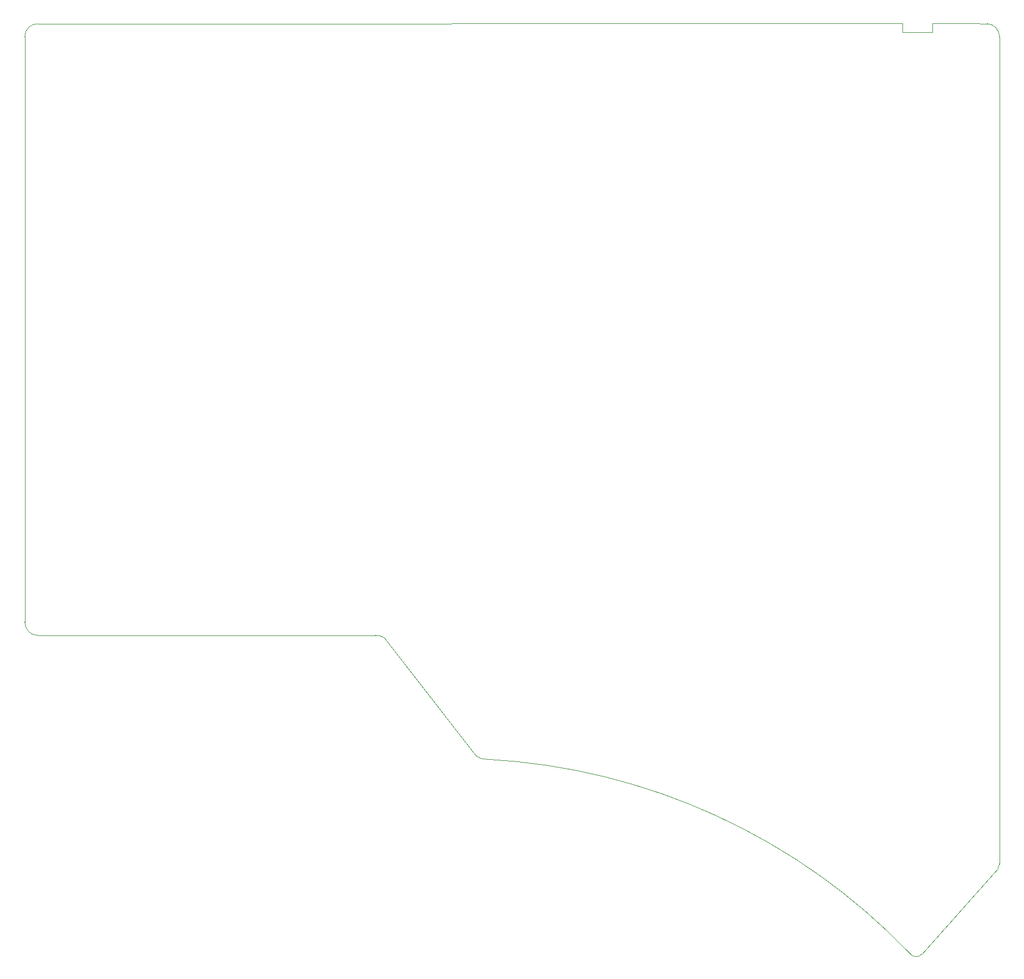
<source format=gm1>
G04 #@! TF.GenerationSoftware,KiCad,Pcbnew,(6.0.5)*
G04 #@! TF.CreationDate,2022-10-04T21:39:33-03:00*
G04 #@! TF.ProjectId,bluejay_left,626c7565-6a61-4795-9f6c-6566742e6b69,rev?*
G04 #@! TF.SameCoordinates,Original*
G04 #@! TF.FileFunction,Profile,NP*
%FSLAX46Y46*%
G04 Gerber Fmt 4.6, Leading zero omitted, Abs format (unit mm)*
G04 Created by KiCad (PCBNEW (6.0.5)) date 2022-10-04 21:39:33*
%MOMM*%
%LPD*%
G01*
G04 APERTURE LIST*
G04 #@! TA.AperFunction,Profile*
%ADD10C,0.100000*%
G04 #@! TD*
G04 #@! TA.AperFunction,Profile*
%ADD11C,0.010000*%
G04 #@! TD*
G04 APERTURE END LIST*
D10*
X61230000Y-72740000D02*
X49620000Y-85750000D01*
X47830000Y-85700000D02*
G75*
G03*
X-16740000Y-56040000I-69646014J-66505155D01*
G01*
X61460038Y54169999D02*
G75*
G03*
X59580000Y56175000I-1949538J55901D01*
G01*
X61460000Y-72000000D02*
X61460000Y54170000D01*
X-85230000Y56170000D02*
G75*
G03*
X-87230000Y54180000I-23922J-1975983D01*
G01*
X-87230000Y-35110000D02*
G75*
G03*
X-85230000Y-37140000I2022111J-7994D01*
G01*
X-87230000Y54180000D02*
X-87230000Y-35110000D01*
X-85230000Y-37140000D02*
X-33720000Y-37140000D01*
X-32310000Y-37540000D02*
X-18470000Y-55430000D01*
X59580000Y56175000D02*
X57300000Y56200000D01*
X-18470000Y-55430000D02*
G75*
G03*
X-16740000Y-56040000I1578336J1718066D01*
G01*
X61229990Y-72739994D02*
G75*
G03*
X61460000Y-72000000I-1533490J882394D01*
G01*
X40100000Y56200000D02*
X-85230000Y56170000D01*
X47830020Y-85699985D02*
G75*
G03*
X49620000Y-85750000I914180J661785D01*
G01*
X-32310000Y-37539999D02*
G75*
G03*
X-33720000Y-37140000I-1331682J-2009057D01*
G01*
D11*
X46700000Y56200000D02*
X40100000Y56200000D01*
X51200000Y56200000D02*
X51200000Y54900000D01*
X57300000Y56200000D02*
X51200000Y56200000D01*
X46700000Y54900000D02*
X46700000Y56200000D01*
X51200000Y54900000D02*
X46700000Y54900000D01*
M02*

</source>
